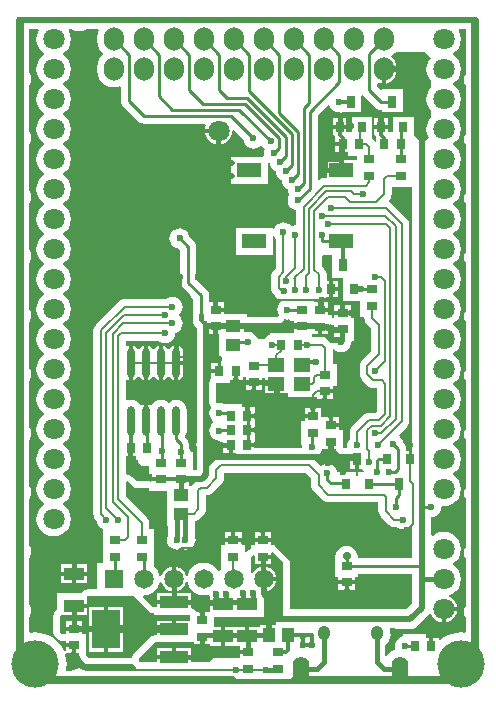
<source format=gbl>
G04*
G04 #@! TF.GenerationSoftware,Altium Limited,Altium Designer,18.0.7 (293)*
G04*
G04 Layer_Physical_Order=2*
G04 Layer_Color=16711680*
%FSLAX44Y44*%
%MOMM*%
G71*
G01*
G75*
%ADD10C,0.2000*%
%ADD11C,0.2500*%
%ADD12C,0.4000*%
%ADD17R,0.8000X0.9000*%
%ADD18R,1.3000X1.0000*%
%ADD19R,0.9000X0.8000*%
%ADD23R,0.6500X0.9000*%
%ADD24R,0.6500X1.1000*%
%ADD49C,0.3500*%
%ADD51C,0.6500*%
%ADD52C,0.5500*%
%ADD53C,0.4500*%
%ADD55C,0.3000*%
%ADD56C,1.6500*%
%ADD57R,1.6500X1.6500*%
%ADD58C,1.8000*%
%ADD59O,1.7000X2.0000*%
%ADD60O,1.0500X1.2500*%
%ADD61C,4.0000*%
%ADD62C,0.5000*%
%ADD63C,0.6000*%
%ADD64C,0.7000*%
%ADD65R,1.7000X1.1000*%
%ADD66R,1.3995X1.1498*%
%ADD67R,2.0000X1.2000*%
%ADD68R,1.0000X1.3000*%
%ADD69R,2.4000X1.0000*%
%ADD70R,2.4000X3.3000*%
%ADD71O,0.7000X2.5000*%
%ADD72C,0.5000*%
%ADD73O,1.4000X2.1000*%
G36*
X73580Y556417D02*
X72560Y553955D01*
X72079Y550300D01*
Y547300D01*
X72560Y543645D01*
X73971Y540240D01*
X76215Y537315D01*
X76971Y536735D01*
Y535465D01*
X76215Y534885D01*
X73971Y531960D01*
X72560Y528555D01*
X72079Y524900D01*
Y521900D01*
X72560Y518245D01*
X73971Y514840D01*
X76215Y511915D01*
X79140Y509671D01*
X82545Y508260D01*
X86200Y507779D01*
X89855Y508260D01*
X91486Y508936D01*
X92542Y508230D01*
Y496650D01*
X92774Y494888D01*
X93454Y493246D01*
X94536Y491836D01*
X107186Y479186D01*
X108596Y478104D01*
X110238Y477424D01*
X112000Y477192D01*
X163743D01*
X164591Y475922D01*
X163796Y474002D01*
X163631Y472750D01*
X175000D01*
Y471000D01*
X176750D01*
Y459631D01*
X178002Y459796D01*
X180800Y460955D01*
X183202Y462798D01*
X185045Y465200D01*
X186204Y467998D01*
X186599Y471000D01*
X186558Y471313D01*
X187697Y471875D01*
X196187Y463385D01*
X196319Y462381D01*
X197175Y460313D01*
X198538Y458538D01*
X200313Y457175D01*
X202381Y456319D01*
X204600Y456027D01*
X206819Y456319D01*
X208887Y457175D01*
X210539Y458444D01*
X211220Y458485D01*
X211936Y458391D01*
X212175Y457813D01*
X213538Y456038D01*
X214291Y455460D01*
X213819Y454319D01*
X213527Y452100D01*
X213768Y450270D01*
X212973Y449000D01*
X185500D01*
Y426000D01*
X216500D01*
Y443995D01*
X217619Y444613D01*
X218591Y444114D01*
X218819Y442381D01*
X219675Y440313D01*
X221038Y438537D01*
X222813Y437175D01*
X223557Y436867D01*
X223818Y434880D01*
X224675Y432812D01*
X226037Y431037D01*
X227813Y429674D01*
X228557Y429366D01*
X228818Y427380D01*
X229675Y425312D01*
X231037Y423537D01*
X232813Y422174D01*
X233557Y421866D01*
X233819Y419881D01*
X234675Y417813D01*
X235273Y417035D01*
X234775Y416386D01*
X233918Y414318D01*
X233626Y412099D01*
X233918Y409880D01*
X234775Y407812D01*
X236137Y406037D01*
X237913Y404674D01*
X239981Y403818D01*
X240444Y403757D01*
Y391463D01*
X240000Y391073D01*
X237781Y390781D01*
X236640Y390309D01*
X236062Y391062D01*
X234287Y392425D01*
X232219Y393281D01*
X230000Y393573D01*
X227781Y393281D01*
X225713Y392425D01*
X223938Y391062D01*
X222575Y389287D01*
X222070Y388067D01*
X220800Y388319D01*
Y389000D01*
X189800D01*
Y366000D01*
X220800D01*
Y381680D01*
X222070Y381933D01*
X222575Y380713D01*
X223444Y379581D01*
Y354080D01*
X221364Y352000D01*
X220322Y350642D01*
X219667Y349061D01*
X219444Y347364D01*
Y337979D01*
X219667Y336282D01*
X220322Y334701D01*
X221364Y333343D01*
X222779Y331928D01*
X223075Y331213D01*
X224438Y329438D01*
X226213Y328075D01*
X227407Y327581D01*
X227598Y326127D01*
X227188Y325813D01*
X225826Y324038D01*
X224970Y321970D01*
X224677Y319751D01*
X224970Y317532D01*
X225826Y315464D01*
X226214Y314959D01*
X225652Y313820D01*
X199500D01*
Y316000D01*
X179500D01*
Y317752D01*
X172500D01*
Y319502D01*
X170750D01*
Y326002D01*
X166808D01*
Y331750D01*
X166576Y333512D01*
X165896Y335154D01*
X164814Y336564D01*
X156058Y345320D01*
Y372750D01*
X155826Y374512D01*
X155146Y376154D01*
X154064Y377564D01*
X150413Y381215D01*
X150281Y382219D01*
X149425Y384287D01*
X148062Y386062D01*
X146287Y387425D01*
X144219Y388281D01*
X142000Y388573D01*
X139781Y388281D01*
X137713Y387425D01*
X135938Y386062D01*
X134575Y384287D01*
X133719Y382219D01*
X133427Y380000D01*
X133719Y377781D01*
X134575Y375713D01*
X135938Y373938D01*
X137713Y372575D01*
X139781Y371719D01*
X140785Y371587D01*
X142442Y369930D01*
Y342500D01*
X142674Y340738D01*
X143354Y339096D01*
X144436Y337686D01*
X153192Y328930D01*
Y310502D01*
X153424Y308740D01*
X154104Y307098D01*
X155186Y305688D01*
X156683Y304191D01*
Y267500D01*
Y208481D01*
X156470Y207969D01*
X156178Y205750D01*
X156470Y203531D01*
X156683Y203019D01*
Y195248D01*
Y184067D01*
X153000D01*
Y199498D01*
X151508D01*
X151281Y201219D01*
X150425Y203287D01*
X149808Y204090D01*
Y206000D01*
X149576Y207762D01*
X148896Y209404D01*
X147814Y210814D01*
X146805Y211823D01*
X146911Y211961D01*
X147818Y214151D01*
X148128Y216500D01*
Y234500D01*
X147818Y236849D01*
X146911Y239039D01*
X145469Y240919D01*
X143589Y242361D01*
X141399Y243268D01*
X139050Y243578D01*
X136700Y243268D01*
X134511Y242361D01*
X132700Y240972D01*
X130889Y242361D01*
X128699Y243268D01*
X126350Y243578D01*
X124001Y243268D01*
X121811Y242361D01*
X119931Y240919D01*
X118922Y239604D01*
X118289Y239084D01*
X117232Y239323D01*
X115991Y240152D01*
X115400Y240269D01*
Y225500D01*
X111900D01*
Y240270D01*
X111309Y240152D01*
X110068Y239323D01*
X109010Y239084D01*
X108378Y239604D01*
X107369Y240919D01*
X105489Y242361D01*
X103299Y243268D01*
X100950Y243578D01*
X98601Y243268D01*
X97612Y242859D01*
X96556Y243564D01*
Y259692D01*
X97826Y260371D01*
X98609Y259848D01*
X99200Y259730D01*
Y274500D01*
Y289270D01*
X98609Y289152D01*
X97826Y288629D01*
X96556Y289308D01*
Y293444D01*
X124581D01*
X125713Y292575D01*
X127781Y291719D01*
X130000Y291427D01*
X132219Y291719D01*
X134287Y292575D01*
X136062Y293938D01*
X137425Y295713D01*
X138281Y297781D01*
X138555Y299858D01*
X140287Y300575D01*
X142062Y301938D01*
X143425Y303713D01*
X144281Y305781D01*
X144573Y308000D01*
X144281Y310219D01*
X143425Y312287D01*
X142062Y314062D01*
X141668Y314365D01*
Y315635D01*
X142062Y315938D01*
X143425Y317713D01*
X144281Y319781D01*
X144573Y322000D01*
X144281Y324219D01*
X143425Y326287D01*
X142062Y328062D01*
X140287Y329425D01*
X138219Y330281D01*
X136000Y330573D01*
X133781Y330281D01*
X131713Y329425D01*
X130581Y328556D01*
X95408D01*
X93711Y328333D01*
X92130Y327678D01*
X90772Y326636D01*
X70864Y306728D01*
X69822Y305370D01*
X69167Y303789D01*
X68944Y302092D01*
Y146500D01*
X69167Y144803D01*
X69822Y143222D01*
X70864Y141864D01*
X71533Y141196D01*
X71719Y139781D01*
X72575Y137713D01*
X73938Y135938D01*
X75713Y134575D01*
X77500Y133835D01*
Y114998D01*
Y105350D01*
X72450D01*
Y83108D01*
X64563D01*
X64432Y83082D01*
X64299Y83102D01*
X63363Y82869D01*
X62417Y82681D01*
X62306Y82606D01*
X62176Y82574D01*
X61113Y82074D01*
X60337Y81501D01*
X59535Y80965D01*
X59460Y80854D01*
X59353Y80774D01*
X58886Y80000D01*
X38500D01*
Y65629D01*
X37908Y65307D01*
X36964Y64520D01*
X36804Y64320D01*
X36591Y64178D01*
X36121Y63475D01*
X35590Y62817D01*
X35517Y62572D01*
X35375Y62359D01*
X35210Y61529D01*
X34971Y60719D01*
X34998Y60464D01*
X34948Y60213D01*
Y46716D01*
X35375Y44570D01*
X36591Y42750D01*
X37594Y41747D01*
X37919Y41530D01*
X38179Y41238D01*
X39120Y40527D01*
X39761Y40217D01*
X40354Y39821D01*
X40738Y39744D01*
X41090Y39574D01*
X41801Y39533D01*
X42500Y39394D01*
X45500D01*
Y37252D01*
X52500D01*
Y35502D01*
X54250D01*
Y29002D01*
X56892D01*
Y27500D01*
X57319Y25354D01*
X58535Y23535D01*
X61035Y21035D01*
X62854Y19819D01*
X65000Y19392D01*
X101892D01*
X102434Y19500D01*
X102890D01*
X103535Y18535D01*
X104479Y17591D01*
X105096Y17178D01*
X104788Y15857D01*
X104020Y15755D01*
X101709Y14798D01*
X100430Y13817D01*
X62570D01*
X61291Y14798D01*
X58980Y15755D01*
X56500Y16082D01*
X54020Y15755D01*
X51709Y14798D01*
X50430Y13817D01*
X46794D01*
X46008Y14814D01*
X46255Y15842D01*
X46582Y20000D01*
X46255Y24158D01*
X45385Y27779D01*
X46005Y28758D01*
X46329Y29002D01*
X50750D01*
Y33752D01*
X45500D01*
Y31004D01*
X44230Y30751D01*
X43685Y32068D01*
X41505Y35624D01*
X38796Y38796D01*
X35624Y41505D01*
X32068Y43685D01*
X28214Y45281D01*
X24158Y46255D01*
X20000Y46582D01*
X16087Y46274D01*
X15276Y46672D01*
X14817Y47034D01*
Y59582D01*
X15298Y60209D01*
X16255Y62520D01*
X16582Y65000D01*
X16255Y67480D01*
X15298Y69791D01*
X14817Y70418D01*
Y109582D01*
X15298Y110209D01*
X16255Y112520D01*
X16582Y115000D01*
X16255Y117480D01*
X15298Y119791D01*
X14817Y120418D01*
Y159582D01*
X15298Y160209D01*
X16255Y162520D01*
X16582Y165000D01*
X16255Y167480D01*
X15298Y169791D01*
X14817Y170418D01*
Y209582D01*
X15298Y210209D01*
X16255Y212520D01*
X16582Y215000D01*
X16255Y217480D01*
X15298Y219791D01*
X14817Y220418D01*
Y259582D01*
X15298Y260209D01*
X16255Y262520D01*
X16582Y265000D01*
X16255Y267480D01*
X15298Y269791D01*
X14817Y270418D01*
Y309582D01*
X15298Y310209D01*
X16255Y312520D01*
X16582Y315000D01*
X16255Y317480D01*
X15298Y319791D01*
X14817Y320418D01*
Y359582D01*
X15298Y360209D01*
X16255Y362520D01*
X16582Y365000D01*
X16255Y367480D01*
X15298Y369791D01*
X14817Y370418D01*
Y409582D01*
X15298Y410209D01*
X16255Y412520D01*
X16582Y415000D01*
X16255Y417480D01*
X15298Y419791D01*
X14817Y420418D01*
X14817Y459582D01*
X15298Y460209D01*
X16255Y462520D01*
X16582Y465000D01*
X16255Y467480D01*
X15298Y469791D01*
X14817Y470418D01*
Y509582D01*
X15298Y510209D01*
X16255Y512520D01*
X16582Y515000D01*
X16255Y517480D01*
X15298Y519791D01*
X14817Y520418D01*
Y557687D01*
X22507D01*
X23069Y556548D01*
X22734Y556113D01*
X21273Y552585D01*
X20775Y548800D01*
X21273Y545015D01*
X22734Y541488D01*
X25058Y538459D01*
X27089Y536900D01*
Y535300D01*
X25058Y533741D01*
X22734Y530713D01*
X21273Y527185D01*
X20775Y523400D01*
X21273Y519615D01*
X22734Y516087D01*
X25058Y513059D01*
X27089Y511500D01*
Y509900D01*
X25058Y508341D01*
X22734Y505312D01*
X21273Y501785D01*
X20775Y498000D01*
X21273Y494215D01*
X22734Y490687D01*
X25058Y487659D01*
X27089Y486100D01*
Y484500D01*
X25058Y482942D01*
X22734Y479912D01*
X21273Y476385D01*
X20775Y472600D01*
X21273Y468815D01*
X22734Y465288D01*
X25058Y462258D01*
X27089Y460700D01*
Y459100D01*
X25058Y457542D01*
X22734Y454512D01*
X21273Y450985D01*
X20775Y447200D01*
X21273Y443415D01*
X22734Y439888D01*
X25058Y436858D01*
X27089Y435300D01*
Y433700D01*
X25058Y432141D01*
X22734Y429113D01*
X21273Y425585D01*
X20775Y421800D01*
X21273Y418015D01*
X22734Y414487D01*
X25058Y411459D01*
X27089Y409900D01*
Y408300D01*
X25058Y406741D01*
X22734Y403713D01*
X21273Y400185D01*
X20775Y396400D01*
X21273Y392615D01*
X22734Y389087D01*
X25058Y386059D01*
X27089Y384500D01*
Y382900D01*
X25058Y381342D01*
X22734Y378312D01*
X21273Y374785D01*
X20775Y371000D01*
X21273Y367215D01*
X22734Y363688D01*
X25058Y360658D01*
X27089Y359100D01*
Y357500D01*
X25058Y355942D01*
X22734Y352912D01*
X21273Y349385D01*
X20775Y345600D01*
X21273Y341815D01*
X22734Y338288D01*
X25058Y335258D01*
X27089Y333700D01*
Y332100D01*
X25058Y330541D01*
X22734Y327513D01*
X21273Y323985D01*
X20775Y320200D01*
X21273Y316415D01*
X22734Y312887D01*
X25058Y309858D01*
X27089Y308300D01*
Y306700D01*
X25058Y305142D01*
X22734Y302113D01*
X21273Y298585D01*
X20775Y294800D01*
X21273Y291015D01*
X22734Y287488D01*
X25058Y284459D01*
X27089Y282900D01*
Y281300D01*
X25058Y279741D01*
X22734Y276712D01*
X21273Y273185D01*
X20775Y269400D01*
X21273Y265615D01*
X22734Y262087D01*
X25058Y259058D01*
X27089Y257500D01*
Y255900D01*
X25058Y254342D01*
X22734Y251313D01*
X21273Y247785D01*
X20775Y244000D01*
X21273Y240215D01*
X22734Y236688D01*
X25058Y233659D01*
X27089Y232100D01*
Y230500D01*
X25058Y228941D01*
X22734Y225912D01*
X21273Y222385D01*
X20775Y218600D01*
X21273Y214815D01*
X22734Y211287D01*
X25058Y208258D01*
X27089Y206700D01*
Y205100D01*
X25058Y203542D01*
X22734Y200513D01*
X21273Y196985D01*
X20775Y193200D01*
X21273Y189415D01*
X22734Y185888D01*
X25058Y182859D01*
X27089Y181300D01*
Y179700D01*
X25058Y178141D01*
X22734Y175112D01*
X21273Y171585D01*
X20775Y167800D01*
X21273Y164015D01*
X22734Y160487D01*
X25058Y157458D01*
X27089Y155900D01*
Y154300D01*
X25058Y152741D01*
X22734Y149712D01*
X21273Y146185D01*
X20775Y142400D01*
X21273Y138615D01*
X22734Y135087D01*
X25058Y132058D01*
X28087Y129734D01*
X31615Y128273D01*
X35400Y127775D01*
X39185Y128273D01*
X42712Y129734D01*
X45742Y132058D01*
X48066Y135087D01*
X49527Y138615D01*
X50025Y142400D01*
X49527Y146185D01*
X48066Y149712D01*
X45742Y152741D01*
X43711Y154300D01*
Y155900D01*
X45742Y157458D01*
X48066Y160487D01*
X49527Y164015D01*
X50025Y167800D01*
X49527Y171585D01*
X48066Y175112D01*
X45742Y178141D01*
X43711Y179700D01*
Y181300D01*
X45742Y182859D01*
X48066Y185888D01*
X49527Y189415D01*
X50025Y193200D01*
X49527Y196985D01*
X48066Y200513D01*
X45742Y203542D01*
X43711Y205100D01*
Y206700D01*
X45742Y208258D01*
X48066Y211287D01*
X49527Y214815D01*
X50025Y218600D01*
X49527Y222385D01*
X48066Y225912D01*
X45742Y228941D01*
X43711Y230500D01*
Y232100D01*
X45742Y233659D01*
X48066Y236688D01*
X49527Y240215D01*
X50025Y244000D01*
X49527Y247785D01*
X48066Y251313D01*
X45742Y254342D01*
X43711Y255900D01*
Y257500D01*
X45742Y259058D01*
X48066Y262087D01*
X49527Y265615D01*
X50025Y269400D01*
X49527Y273185D01*
X48066Y276712D01*
X45742Y279741D01*
X43711Y281300D01*
Y282900D01*
X45742Y284459D01*
X48066Y287488D01*
X49527Y291015D01*
X50025Y294800D01*
X49527Y298585D01*
X48066Y302113D01*
X45742Y305142D01*
X43711Y306700D01*
Y308300D01*
X45742Y309858D01*
X48066Y312887D01*
X49527Y316415D01*
X50025Y320200D01*
X49527Y323985D01*
X48066Y327513D01*
X45742Y330541D01*
X43711Y332100D01*
Y333700D01*
X45742Y335258D01*
X48066Y338288D01*
X49527Y341815D01*
X50025Y345600D01*
X49527Y349385D01*
X48066Y352912D01*
X45742Y355942D01*
X43711Y357500D01*
Y359100D01*
X45742Y360658D01*
X48066Y363688D01*
X49527Y367215D01*
X50025Y371000D01*
X49527Y374785D01*
X48066Y378312D01*
X45742Y381342D01*
X43711Y382900D01*
Y384500D01*
X45742Y386059D01*
X48066Y389087D01*
X49527Y392615D01*
X50025Y396400D01*
X49527Y400185D01*
X48066Y403713D01*
X45742Y406741D01*
X43711Y408300D01*
Y409900D01*
X45742Y411459D01*
X48066Y414487D01*
X49527Y418015D01*
X50025Y421800D01*
X49527Y425585D01*
X48066Y429113D01*
X45742Y432141D01*
X43711Y433700D01*
Y435300D01*
X45742Y436858D01*
X48066Y439888D01*
X49527Y443415D01*
X50025Y447200D01*
X49527Y450985D01*
X48066Y454512D01*
X45742Y457542D01*
X43711Y459100D01*
Y460700D01*
X45742Y462258D01*
X48066Y465288D01*
X49527Y468815D01*
X50025Y472600D01*
X49527Y476385D01*
X48066Y479912D01*
X45742Y482942D01*
X43711Y484500D01*
Y486100D01*
X45742Y487659D01*
X48066Y490687D01*
X49527Y494215D01*
X50025Y498000D01*
X49527Y501785D01*
X48066Y505312D01*
X45742Y508341D01*
X43711Y509900D01*
Y511500D01*
X45742Y513059D01*
X48066Y516087D01*
X49527Y519615D01*
X50025Y523400D01*
X49527Y527185D01*
X48066Y530713D01*
X45742Y533741D01*
X43711Y535300D01*
Y536900D01*
X45742Y538459D01*
X48066Y541488D01*
X49527Y545015D01*
X50025Y548800D01*
X49527Y552585D01*
X48066Y556113D01*
X47731Y556548D01*
X48293Y557687D01*
X50924D01*
X52209Y556702D01*
X54520Y555745D01*
X57000Y555418D01*
X59480Y555745D01*
X61791Y556702D01*
X63075Y557687D01*
X72732D01*
X73580Y556417D01*
D02*
G37*
G36*
X354607Y532893D02*
X352934Y530713D01*
X351473Y527185D01*
X350975Y523400D01*
X351473Y519615D01*
X352934Y516087D01*
X355000Y513395D01*
Y508005D01*
X352934Y505312D01*
X351473Y501785D01*
X350975Y498000D01*
X351473Y494215D01*
X352934Y490687D01*
X355000Y487995D01*
Y482605D01*
X352934Y479912D01*
X351473Y476385D01*
X350975Y472600D01*
X351473Y468815D01*
X352891Y465391D01*
X350000Y462500D01*
X345000D01*
X340350Y467150D01*
Y484625D01*
X330850D01*
Y506375D01*
X313350D01*
Y505813D01*
X312177Y505327D01*
X308858Y508645D01*
Y511080D01*
X310128Y511929D01*
X311928Y511183D01*
X313050Y511035D01*
Y523400D01*
X314800D01*
Y525150D01*
X325862D01*
X325517Y527772D01*
X324408Y530448D01*
X322645Y532745D01*
X321409Y533694D01*
X321575Y534953D01*
X321860Y535071D01*
X324785Y537315D01*
X324927Y537500D01*
X350000D01*
X354607Y532893D01*
D02*
G37*
G36*
X297236Y501011D02*
X307686Y490561D01*
X309096Y489479D01*
X310738Y488799D01*
X312500Y488567D01*
X313350D01*
Y484375D01*
X322850D01*
Y477850D01*
X322500Y477500D01*
Y470000D01*
X319620D01*
X319602Y470000D01*
X318350Y470044D01*
Y472875D01*
X306850D01*
Y467625D01*
X307591D01*
X308602Y467000D01*
X308602Y466355D01*
Y462312D01*
X307332Y461881D01*
X307136Y462136D01*
X305750Y463521D01*
X305350Y464625D01*
X305350D01*
Y484625D01*
X295850D01*
Y500731D01*
X297120Y501162D01*
X297236Y501011D01*
D02*
G37*
G36*
X268981Y492507D02*
X269475Y491313D01*
X270838Y489538D01*
X272613Y488175D01*
X274681Y487319D01*
X276900Y487027D01*
X277395Y487092D01*
X278350Y486255D01*
Y484375D01*
X287850D01*
Y470000D01*
X284620D01*
X284602Y470000D01*
X283350Y470044D01*
Y472875D01*
X271850D01*
Y467625D01*
X272591D01*
X273602Y467000D01*
X273602Y466355D01*
Y461750D01*
X280101D01*
Y460000D01*
X281851D01*
Y453000D01*
X284602D01*
Y450000D01*
X292500D01*
Y446652D01*
X291500Y446000D01*
X280750D01*
Y437500D01*
X279000D01*
Y435750D01*
X266500D01*
Y431056D01*
X264500D01*
X262803Y430833D01*
X261222Y430178D01*
X260178Y429377D01*
X258908Y429827D01*
Y484230D01*
X267483Y492805D01*
X268981Y492507D01*
D02*
G37*
G36*
X271250Y346875D02*
X280750D01*
Y327125D01*
X295000D01*
Y313498D01*
X298444D01*
Y312500D01*
X298667Y310803D01*
X299322Y309222D01*
X300364Y307864D01*
X304444Y303784D01*
Y285079D01*
X296364Y277000D01*
X295322Y275642D01*
X294667Y274061D01*
X294444Y272364D01*
Y264808D01*
X294667Y263111D01*
X295322Y261530D01*
X296364Y260172D01*
X301172Y255364D01*
X302530Y254322D01*
X304111Y253667D01*
X305807Y253444D01*
X309444D01*
Y233944D01*
X308056Y232556D01*
X302136D01*
X300439Y232332D01*
X298857Y231677D01*
X297500Y230635D01*
X287864Y220999D01*
X286822Y219641D01*
X286167Y218060D01*
X285943Y216363D01*
Y210418D01*
X285075Y209286D01*
X284218Y207218D01*
X283935Y205068D01*
X283755Y203908D01*
X283750Y203875D01*
X283713Y202620D01*
X280000D01*
Y217498D01*
X277000D01*
Y220248D01*
X270000D01*
Y221998D01*
X268250D01*
Y228498D01*
X263000D01*
X262000Y229150D01*
Y235998D01*
X256749D01*
Y229499D01*
X255000D01*
Y227749D01*
X248000D01*
Y224998D01*
X245000D01*
Y205998D01*
X245000D01*
X245831Y204728D01*
X245678Y203570D01*
X244846Y202620D01*
X206003D01*
Y203250D01*
X199503D01*
Y206750D01*
X206003D01*
Y212000D01*
X206000D01*
Y215750D01*
X199500D01*
Y219250D01*
X206000D01*
Y223000D01*
X206003D01*
Y228250D01*
X199503D01*
Y230000D01*
X197753D01*
Y237000D01*
X195003D01*
Y240000D01*
X179254D01*
X177970Y240532D01*
X175751Y240824D01*
X174091Y240606D01*
X172820Y241476D01*
Y257500D01*
X185002D01*
Y260500D01*
X187752D01*
Y267500D01*
X191252D01*
Y260500D01*
X196002D01*
Y262498D01*
X198000D01*
Y259749D01*
X205000D01*
X212000D01*
Y261752D01*
X214504D01*
Y258749D01*
X224001D01*
Y256999D01*
X225751D01*
Y248750D01*
X233499D01*
X233500Y247481D01*
Y245750D01*
X258000D01*
Y244000D01*
X263250D01*
Y250500D01*
X265000D01*
Y252250D01*
X272000D01*
Y255000D01*
X275000D01*
Y274000D01*
X271556D01*
Y285828D01*
X272265Y286210D01*
X272826Y286333D01*
X274465Y285075D01*
X276533Y284219D01*
X278752Y283927D01*
X280970Y284219D01*
X283038Y285075D01*
X284814Y286438D01*
X286176Y288213D01*
X287033Y290281D01*
X287325Y292500D01*
X287319Y292547D01*
X288156Y293502D01*
X290000D01*
Y312502D01*
X287000D01*
Y315252D01*
X273000D01*
Y312502D01*
X270751D01*
Y314752D01*
X267751D01*
Y317502D01*
X260751D01*
Y319252D01*
X259001D01*
Y325752D01*
X255751D01*
Y327417D01*
X256807Y328122D01*
X257781Y327719D01*
X260000Y327427D01*
X262219Y327719D01*
X264287Y328575D01*
X266062Y329938D01*
X266206Y330125D01*
X268750D01*
Y337125D01*
Y344125D01*
X266556D01*
Y349500D01*
X266333Y351197D01*
X265678Y352778D01*
X264636Y354136D01*
X262556Y356216D01*
Y365213D01*
X263500Y366000D01*
X271250D01*
Y346875D01*
D02*
G37*
G36*
X231032Y311470D02*
X233251Y311177D01*
X234481Y311339D01*
X235751Y310277D01*
Y310251D01*
X238751D01*
Y307501D01*
X245751D01*
Y304001D01*
X238751D01*
Y300000D01*
X218502D01*
Y298376D01*
X217781Y298281D01*
X215713Y297425D01*
X213938Y296062D01*
X213123Y295000D01*
X208165D01*
X207425Y296787D01*
X206062Y298562D01*
X204287Y299925D01*
X202219Y300781D01*
X200000Y301073D01*
X197781Y300781D01*
X197556Y300688D01*
X196500Y301394D01*
Y303750D01*
X187500D01*
Y307250D01*
X196500D01*
Y307798D01*
X197770Y308556D01*
X199500Y308212D01*
X225652D01*
X226548Y308390D01*
X227454Y308510D01*
X227616Y308603D01*
X227798Y308639D01*
X228558Y309147D01*
X229349Y309604D01*
X229463Y309751D01*
X229617Y309855D01*
X230125Y310614D01*
X230681Y311339D01*
X230794Y311568D01*
X231032Y311470D01*
D02*
G37*
G36*
X270751Y306894D02*
X273000D01*
Y304752D01*
X280000D01*
Y303002D01*
X281750D01*
Y296470D01*
X282216Y295968D01*
X282466Y295310D01*
X282444Y295232D01*
X282338Y294920D01*
X282008Y294349D01*
X281984Y294164D01*
X281902Y293997D01*
X281872Y293548D01*
X281765Y293232D01*
X281569Y291745D01*
X281278Y291041D01*
X280814Y290437D01*
X280210Y289974D01*
X279507Y289682D01*
X278752Y289583D01*
X277997Y289682D01*
X277293Y289974D01*
X276240Y290782D01*
X276023Y290889D01*
X275848Y291056D01*
X275048Y291369D01*
X274277Y291749D01*
X274036Y291765D01*
X273811Y291853D01*
X272952Y291836D01*
X272094Y291893D01*
X271865Y291815D01*
X271623Y291810D01*
X271062Y291687D01*
X270351Y291376D01*
X270244Y291343D01*
X269636Y292136D01*
X267136Y294636D01*
X265778Y295678D01*
X264197Y296333D01*
X262500Y296556D01*
X255419D01*
X254287Y297425D01*
X254147Y297482D01*
X254400Y298752D01*
X259001D01*
Y305252D01*
X260751D01*
Y307002D01*
X268626D01*
X269021Y307238D01*
X270751Y306894D01*
D02*
G37*
G36*
X338554Y199875D02*
X333808D01*
Y202000D01*
X333576Y203762D01*
X332896Y205404D01*
X331814Y206814D01*
X331413Y207215D01*
X331281Y208219D01*
X330425Y210287D01*
X329062Y212062D01*
X328283Y212661D01*
X328200Y213928D01*
X334636Y220364D01*
X335678Y221722D01*
X336333Y223303D01*
X336556Y225000D01*
Y392000D01*
X336333Y393697D01*
X335678Y395278D01*
X334636Y396636D01*
X321086Y410186D01*
X319766Y411198D01*
X319727Y411236D01*
X319478Y412706D01*
X319636Y412864D01*
X320678Y414222D01*
X321333Y415803D01*
X321556Y417500D01*
Y423498D01*
X338554D01*
Y199875D01*
D02*
G37*
G36*
X271750Y201498D02*
X274615D01*
X274819Y200474D01*
X276035Y198655D01*
X277854Y197440D01*
X280000Y197013D01*
X283713D01*
X284705Y197210D01*
X285480Y197340D01*
X286403Y196871D01*
X286750Y196508D01*
Y194625D01*
X292500D01*
Y192875D01*
X293673D01*
X293426Y191000D01*
X293718Y188781D01*
X294250Y187497D01*
Y184875D01*
X296019D01*
X297713Y183575D01*
X298149Y183395D01*
X297896Y182125D01*
X293250D01*
Y179000D01*
X291750D01*
Y182125D01*
X275424D01*
X275280Y183219D01*
X274423Y185287D01*
X273061Y187062D01*
X271285Y188425D01*
X269217Y189281D01*
X266998Y189573D01*
X264779Y189281D01*
X262712Y188425D01*
X261656Y187615D01*
X256636Y192636D01*
X255278Y193678D01*
X254962Y193809D01*
X255133Y195112D01*
X256471Y195288D01*
X258538Y196145D01*
X260314Y197507D01*
X261676Y199283D01*
X262204Y200558D01*
X263000Y201498D01*
X268250D01*
Y207998D01*
X271750D01*
Y201498D01*
D02*
G37*
G36*
X162500Y310002D02*
X165500D01*
Y307252D01*
X172500D01*
Y305502D01*
X174250D01*
Y299002D01*
X175500D01*
Y279000D01*
X177000D01*
Y274500D01*
X169002D01*
Y269250D01*
X175502D01*
Y265750D01*
X169002D01*
Y261563D01*
X168855Y261465D01*
X167640Y259646D01*
X167213Y257500D01*
Y241476D01*
X167314Y240967D01*
X167308Y240448D01*
X167526Y239904D01*
X167640Y239330D01*
X167928Y238899D01*
X168121Y238417D01*
X168530Y237998D01*
X168855Y237511D01*
X168894Y237277D01*
X168326Y236537D01*
X167470Y234470D01*
X167177Y232251D01*
X167470Y230032D01*
X168326Y227964D01*
X169688Y226189D01*
X170519Y225551D01*
Y223950D01*
X169688Y223313D01*
X168326Y221537D01*
X167470Y219470D01*
X167177Y217251D01*
X167470Y215032D01*
X168326Y212964D01*
X169688Y211189D01*
X171464Y209826D01*
X173532Y208970D01*
X175751Y208677D01*
X176000Y208459D01*
Y207500D01*
X179003D01*
Y206750D01*
X185503D01*
Y205000D01*
X187253D01*
Y198000D01*
X190003D01*
Y195000D01*
X188917Y194556D01*
X177000D01*
X175303Y194333D01*
X173722Y193678D01*
X172364Y192636D01*
X168364Y188636D01*
X167322Y187278D01*
X166667Y185697D01*
X166444Y184000D01*
Y179716D01*
X162284Y175556D01*
X160000D01*
X158303Y175333D01*
X156722Y174678D01*
X155364Y173636D01*
X153364Y171636D01*
X152997Y171158D01*
X152000Y170500D01*
X150000D01*
Y174248D01*
X143000D01*
Y177748D01*
X150000D01*
Y178046D01*
X151270Y178804D01*
X153000Y178460D01*
X156683D01*
X158828Y178887D01*
X160648Y180102D01*
X161863Y181921D01*
X162290Y184067D01*
Y195248D01*
Y203019D01*
X162005Y204452D01*
X161834Y205750D01*
X162005Y207048D01*
X162290Y208481D01*
Y267500D01*
Y304191D01*
X161863Y306338D01*
X160648Y308157D01*
X159411Y309394D01*
X159002Y309926D01*
X158887Y310204D01*
X158799Y310870D01*
Y316000D01*
X162500D01*
Y310002D01*
D02*
G37*
G36*
X102248Y195500D02*
X104998D01*
Y192500D01*
X107000D01*
Y190000D01*
X110000Y187000D01*
X116000D01*
Y180498D01*
X119000D01*
Y177748D01*
X126000D01*
Y174248D01*
X118231D01*
X117730Y173949D01*
X116000Y174294D01*
X106869D01*
X106073Y174398D01*
X105673Y174564D01*
X105036Y175053D01*
X101695Y178394D01*
X101695Y178394D01*
X99875Y179610D01*
X97729Y180037D01*
X96556Y180998D01*
Y195500D01*
X98748D01*
Y202500D01*
X102248D01*
Y195500D01*
D02*
G37*
G36*
X384683Y519418D02*
X384202Y518791D01*
X383245Y516480D01*
X382918Y514000D01*
X383245Y511520D01*
X384202Y509209D01*
X384683Y508582D01*
Y469418D01*
X384202Y468791D01*
X383245Y466480D01*
X382918Y464000D01*
X383245Y461520D01*
X384202Y459209D01*
X384683Y458582D01*
Y419418D01*
X384202Y418791D01*
X383245Y416480D01*
X382918Y414000D01*
X383245Y411520D01*
X384202Y409209D01*
X384683Y408582D01*
Y369418D01*
X384202Y368791D01*
X383245Y366480D01*
X382918Y364000D01*
X383245Y361520D01*
X384202Y359209D01*
X384683Y358582D01*
Y319418D01*
X384202Y318791D01*
X383245Y316480D01*
X382918Y314000D01*
X383245Y311520D01*
X384202Y309209D01*
X384683Y308582D01*
Y269418D01*
X384202Y268791D01*
X383245Y266480D01*
X382918Y264000D01*
X383245Y261520D01*
X384202Y259209D01*
X384683Y258582D01*
Y219418D01*
X384202Y218791D01*
X383245Y216480D01*
X382918Y214000D01*
X383245Y211520D01*
X384202Y209209D01*
X384683Y208582D01*
Y169418D01*
X384202Y168791D01*
X383245Y166480D01*
X382918Y164000D01*
X383245Y161520D01*
X384202Y159209D01*
X384683Y158582D01*
Y119418D01*
X384202Y118791D01*
X383245Y116480D01*
X382918Y114000D01*
X383245Y111520D01*
X384202Y109209D01*
X384683Y108582D01*
Y69418D01*
X384202Y68791D01*
X383245Y66480D01*
X382918Y64000D01*
X383245Y61520D01*
X384202Y59209D01*
X384683Y58582D01*
Y47304D01*
X383413Y46313D01*
X380000Y46582D01*
X375842Y46255D01*
X371786Y45281D01*
X367932Y43685D01*
X364375Y41505D01*
X362655Y40036D01*
X361502Y40567D01*
Y42000D01*
X356752D01*
Y35000D01*
X353252D01*
Y42000D01*
X350502D01*
Y45000D01*
X331502D01*
Y43376D01*
X330781Y43281D01*
X328713Y42425D01*
X326938Y41062D01*
X325575Y39287D01*
X324719Y37219D01*
X324427Y35000D01*
X324719Y32781D01*
X323841Y31582D01*
X321692Y30692D01*
X318872Y28528D01*
X317078Y26191D01*
X315808Y26622D01*
Y35364D01*
X317380Y36570D01*
X319264Y39024D01*
X320448Y41883D01*
X320851Y44950D01*
Y46950D01*
X320684Y48224D01*
X321521Y49179D01*
X337500D01*
X339654Y49462D01*
X341661Y50294D01*
X343384Y51616D01*
X352759Y60991D01*
X353523Y61987D01*
X354977Y61795D01*
X355555Y60400D01*
X357398Y57998D01*
X359800Y56155D01*
X362598Y54996D01*
X363850Y54831D01*
Y66200D01*
X365600D01*
Y67950D01*
X376969D01*
X376804Y69202D01*
X375645Y72000D01*
X373802Y74402D01*
X371400Y76245D01*
X370569Y76589D01*
Y77964D01*
X372912Y78934D01*
X375942Y81258D01*
X378266Y84288D01*
X379727Y87815D01*
X380225Y91600D01*
X379727Y95385D01*
X378266Y98912D01*
X375942Y101941D01*
X373911Y103500D01*
Y105100D01*
X375942Y106658D01*
X378266Y109688D01*
X379727Y113215D01*
X380225Y117000D01*
X379727Y120785D01*
X378266Y124312D01*
X375942Y127341D01*
X372912Y129666D01*
X369385Y131127D01*
X365600Y131625D01*
X361815Y131127D01*
X358287Y129666D01*
X356466Y128268D01*
X355196Y128895D01*
Y143953D01*
X357219Y144219D01*
X359287Y145075D01*
X361062Y146438D01*
X362425Y148213D01*
X363281Y150281D01*
X363529Y152167D01*
X364500Y153320D01*
X365600Y153175D01*
X369385Y153673D01*
X372912Y155134D01*
X375942Y157458D01*
X378266Y160487D01*
X379727Y164015D01*
X380225Y167800D01*
X379727Y171585D01*
X378266Y175112D01*
X375942Y178141D01*
X373911Y179700D01*
Y181300D01*
X375942Y182859D01*
X378266Y185888D01*
X379727Y189415D01*
X380225Y193200D01*
X379727Y196985D01*
X378266Y200513D01*
X375942Y203542D01*
X373911Y205100D01*
Y206700D01*
X375942Y208258D01*
X378266Y211287D01*
X379727Y214815D01*
X380225Y218600D01*
X379727Y222385D01*
X378266Y225912D01*
X375942Y228941D01*
X373911Y230500D01*
Y232100D01*
X375942Y233659D01*
X378266Y236688D01*
X379727Y240215D01*
X380225Y244000D01*
X379727Y247785D01*
X378266Y251313D01*
X375942Y254342D01*
X373911Y255900D01*
Y257500D01*
X375942Y259058D01*
X378266Y262087D01*
X379727Y265615D01*
X380225Y269400D01*
X379727Y273185D01*
X378266Y276712D01*
X375942Y279741D01*
X373911Y281300D01*
Y282900D01*
X375942Y284459D01*
X378266Y287488D01*
X379727Y291015D01*
X380225Y294800D01*
X379727Y298585D01*
X378266Y302113D01*
X375942Y305142D01*
X373911Y306700D01*
Y308300D01*
X375942Y309858D01*
X378266Y312887D01*
X379727Y316415D01*
X380225Y320200D01*
X379727Y323985D01*
X378266Y327513D01*
X375942Y330541D01*
X373911Y332100D01*
Y333700D01*
X375942Y335258D01*
X378266Y338288D01*
X379727Y341815D01*
X380225Y345600D01*
X379727Y349385D01*
X378266Y352912D01*
X375942Y355942D01*
X373911Y357500D01*
Y359100D01*
X375942Y360658D01*
X378266Y363688D01*
X379727Y367215D01*
X380225Y371000D01*
X379727Y374785D01*
X378266Y378312D01*
X375942Y381342D01*
X373911Y382900D01*
Y384500D01*
X375942Y386059D01*
X378266Y389087D01*
X379727Y392615D01*
X380225Y396400D01*
X379727Y400185D01*
X378266Y403713D01*
X375942Y406741D01*
X373911Y408300D01*
Y409900D01*
X375942Y411459D01*
X378266Y414487D01*
X379727Y418015D01*
X380225Y421800D01*
X379727Y425585D01*
X378266Y429113D01*
X375942Y432141D01*
X373911Y433700D01*
Y435300D01*
X375942Y436858D01*
X378266Y439888D01*
X379727Y443415D01*
X380225Y447200D01*
X379727Y450985D01*
X378266Y454512D01*
X375942Y457542D01*
X373911Y459100D01*
Y460700D01*
X375942Y462258D01*
X378266Y465288D01*
X379727Y468815D01*
X380225Y472600D01*
X379727Y476385D01*
X378266Y479912D01*
X375942Y482942D01*
X373911Y484500D01*
Y486100D01*
X375942Y487659D01*
X378266Y490687D01*
X379727Y494215D01*
X380225Y498000D01*
X379727Y501785D01*
X378266Y505312D01*
X375942Y508341D01*
X373911Y509900D01*
Y511500D01*
X375942Y513059D01*
X378266Y516087D01*
X379727Y519615D01*
X380225Y523400D01*
X379727Y527185D01*
X378266Y530713D01*
X375942Y533741D01*
X373911Y535300D01*
Y536900D01*
X375942Y538459D01*
X378266Y541488D01*
X379727Y545015D01*
X380225Y548800D01*
X379727Y552585D01*
X378266Y556113D01*
X377931Y556548D01*
X378493Y557687D01*
X384683D01*
Y519418D01*
D02*
G37*
G36*
X253444Y177284D02*
Y171000D01*
X253667Y169303D01*
X254322Y167722D01*
X255364Y166364D01*
X263364Y158364D01*
X264722Y157322D01*
X266303Y156667D01*
X268000Y156444D01*
X310444D01*
Y149000D01*
X310667Y147303D01*
X311322Y145722D01*
X312364Y144364D01*
X319364Y137364D01*
X320722Y136322D01*
X322303Y135667D01*
X324000Y135444D01*
X324002Y135444D01*
X325581D01*
X326713Y134575D01*
X328781Y133719D01*
X331000Y133427D01*
X333219Y133719D01*
X335287Y134575D01*
X337062Y135938D01*
X337284Y136227D01*
X338554Y135795D01*
Y109610D01*
X293500D01*
Y112302D01*
X292380D01*
X292268Y113151D01*
X291361Y115340D01*
X289919Y117220D01*
X288039Y118663D01*
X285849Y119570D01*
X283500Y119879D01*
X281150Y119570D01*
X278961Y118663D01*
X277081Y117220D01*
X275639Y115340D01*
X274732Y113151D01*
X274620Y112302D01*
X273500D01*
Y93302D01*
X276500D01*
Y90552D01*
X290500D01*
Y93302D01*
X293500D01*
Y95993D01*
X338554D01*
Y92500D01*
Y70322D01*
X334053Y65821D01*
X235608D01*
Y105000D01*
X235181Y107146D01*
X233965Y108965D01*
X224735Y118195D01*
X222916Y119411D01*
X222500Y119494D01*
Y119998D01*
X219500D01*
Y122748D01*
X212500D01*
X205500D01*
Y119998D01*
X202500D01*
Y117071D01*
X202181Y117008D01*
X200361Y115792D01*
X198770Y114200D01*
X197500Y114533D01*
Y119998D01*
X194500D01*
Y122748D01*
X187500D01*
X180500D01*
Y119998D01*
X177500D01*
Y100998D01*
X177500Y100998D01*
X177500D01*
X176904Y99987D01*
X175789Y98534D01*
X175735Y98403D01*
X174465D01*
X174410Y98534D01*
X172207Y101407D01*
X169334Y103611D01*
X165989Y104996D01*
X162400Y105469D01*
X158811Y104996D01*
X155466Y103611D01*
X152593Y101407D01*
X150389Y98534D01*
X149004Y95190D01*
X148827Y93850D01*
X147547D01*
X147473Y94406D01*
X146390Y97021D01*
X144667Y99267D01*
X142421Y100990D01*
X139806Y102073D01*
X138750Y102212D01*
Y91600D01*
Y80988D01*
X139806Y81127D01*
X142421Y82210D01*
X144667Y83933D01*
X146390Y86179D01*
X147473Y88794D01*
X147547Y89350D01*
X148827D01*
X149004Y88011D01*
X150389Y84666D01*
X152593Y81793D01*
X155466Y79589D01*
X158811Y78204D01*
X162400Y77731D01*
X165989Y78204D01*
X166274Y78322D01*
X167473Y77444D01*
Y71900D01*
X178473D01*
Y68400D01*
X167473D01*
Y63426D01*
X167431Y63398D01*
X162723D01*
Y56898D01*
X159223D01*
Y63398D01*
X156183D01*
X156154Y63546D01*
X154938Y65365D01*
X153119Y66581D01*
X151973Y66809D01*
Y70150D01*
X137473D01*
X122973D01*
Y68521D01*
X121703Y67764D01*
X119973Y68108D01*
X119823D01*
X111346Y76585D01*
X111949Y77777D01*
X115189Y78204D01*
X118534Y79589D01*
X121407Y81793D01*
X123610Y84666D01*
X124996Y88011D01*
X125172Y89350D01*
X126453D01*
X126527Y88794D01*
X127610Y86179D01*
X129333Y83933D01*
X131579Y82210D01*
X134194Y81127D01*
X135250Y80988D01*
Y91600D01*
Y102212D01*
X134194Y102073D01*
X131579Y100990D01*
X129333Y99267D01*
X127610Y97021D01*
X126527Y94406D01*
X126453Y93850D01*
X125172D01*
X124996Y95190D01*
X123610Y98534D01*
X121407Y101407D01*
X120000Y102486D01*
Y114998D01*
Y133998D01*
X116556D01*
Y139000D01*
X116333Y140697D01*
X115678Y142278D01*
X114636Y143636D01*
X96556Y161716D01*
Y173943D01*
X97729Y174429D01*
X101331Y170828D01*
X101331Y170828D01*
X102845Y169666D01*
X104609Y168935D01*
X106502Y168686D01*
X106502Y168686D01*
X116000D01*
Y166498D01*
X131000D01*
Y152500D01*
Y136500D01*
X132183D01*
Y128340D01*
X131719Y127219D01*
X131427Y125000D01*
X131719Y122781D01*
X132575Y120713D01*
X133938Y118938D01*
X135713Y117575D01*
X137781Y116719D01*
X140000Y116427D01*
X142219Y116719D01*
X143500Y117249D01*
X144781Y116719D01*
X147000Y116427D01*
X149219Y116719D01*
X151287Y117575D01*
X153062Y118938D01*
X154425Y120713D01*
X155281Y122781D01*
X155573Y125000D01*
X155281Y127219D01*
X154817Y128340D01*
Y136500D01*
X155000D01*
Y140576D01*
X155697Y140667D01*
X157278Y141322D01*
X158636Y142364D01*
X162636Y146364D01*
X163678Y147722D01*
X164333Y149303D01*
X164556Y151000D01*
Y162444D01*
X165000D01*
X166697Y162667D01*
X168278Y163322D01*
X169636Y164364D01*
X177636Y172364D01*
X178678Y173722D01*
X179333Y175303D01*
X179556Y177000D01*
Y181284D01*
X179716Y181444D01*
X249284D01*
X253444Y177284D01*
D02*
G37*
G36*
X230000Y105000D02*
Y57500D01*
X228400Y55900D01*
X223524D01*
Y52900D01*
X219773D01*
Y43900D01*
X216273D01*
Y52900D01*
X210524D01*
Y52400D01*
X210475Y51150D01*
X201225D01*
Y43150D01*
X197725D01*
Y51150D01*
X180223D01*
Y43150D01*
Y35150D01*
X193000D01*
Y31249D01*
X200000D01*
Y27748D01*
X193000D01*
Y25000D01*
X170000D01*
X166556Y21556D01*
X151973D01*
Y24150D01*
X137473D01*
X122973D01*
Y21556D01*
X108444D01*
X107500Y22500D01*
Y25000D01*
X120900Y38400D01*
X153973D01*
Y36398D01*
X159223D01*
Y42898D01*
X162723D01*
Y36398D01*
X167473D01*
Y35150D01*
X176723D01*
Y43150D01*
Y51150D01*
X170973D01*
Y59150D01*
X213475D01*
Y80794D01*
X216006Y81127D01*
X218621Y82210D01*
X220867Y83933D01*
X222590Y86179D01*
X223673Y88794D01*
X223812Y89850D01*
X213200D01*
Y91600D01*
X211450D01*
Y102212D01*
X210394Y102073D01*
X207779Y100990D01*
X205533Y99267D01*
X203810Y97021D01*
X203770Y96925D01*
X202500Y97178D01*
Y110000D01*
X204327Y111827D01*
X205500Y111341D01*
Y103998D01*
X210750D01*
Y110499D01*
X212500D01*
Y112248D01*
X219500D01*
Y113704D01*
X220770Y114230D01*
X230000Y105000D01*
D02*
G37*
G36*
X117500Y62500D02*
X119973D01*
Y61400D01*
X150973D01*
Y56400D01*
X139223D01*
Y48900D01*
X137473D01*
Y47150D01*
X122973D01*
Y44008D01*
X120900D01*
X118754Y43581D01*
X116935Y42365D01*
X103535Y28965D01*
X102319Y27146D01*
X101892Y25000D01*
X65000D01*
X62500Y27500D01*
Y45002D01*
X59500D01*
Y47752D01*
X45500D01*
Y45002D01*
X42500D01*
X42500Y45002D01*
Y45002D01*
X41559Y45712D01*
X40556Y46716D01*
Y60213D01*
X41500Y61000D01*
X41826Y61000D01*
X50750D01*
Y69000D01*
X52500D01*
Y70750D01*
X63500D01*
Y76230D01*
X63500Y77000D01*
X64563Y77500D01*
X102500Y77500D01*
X117500Y62500D01*
D02*
G37*
%LPC*%
G36*
X173250Y469250D02*
X163631D01*
X163796Y467998D01*
X164955Y465200D01*
X166798Y462798D01*
X169200Y460955D01*
X171998Y459796D01*
X173250Y459631D01*
Y469250D01*
D02*
G37*
G36*
X179500Y326002D02*
X174250D01*
Y321252D01*
X179500D01*
Y326002D01*
D02*
G37*
G36*
X111900Y289270D02*
X111309Y289152D01*
X109324Y287826D01*
X107998Y285841D01*
X107947Y285586D01*
X106652D01*
X106602Y285841D01*
X105276Y287826D01*
X103291Y289152D01*
X102700Y289269D01*
Y274500D01*
Y259731D01*
X103291Y259848D01*
X105276Y261174D01*
X106602Y263159D01*
X106652Y263414D01*
X107947D01*
X107998Y263159D01*
X109324Y261174D01*
X111309Y259848D01*
X111900Y259730D01*
Y274500D01*
Y289270D01*
D02*
G37*
G36*
X137300D02*
X136709Y289152D01*
X134724Y287826D01*
X133398Y285841D01*
X133347Y285586D01*
X132052D01*
X132002Y285841D01*
X130676Y287826D01*
X128691Y289152D01*
X128100Y289269D01*
Y274500D01*
Y259731D01*
X128691Y259848D01*
X130676Y261174D01*
X132002Y263159D01*
X132052Y263414D01*
X133347D01*
X133398Y263159D01*
X134724Y261174D01*
X136709Y259848D01*
X137300Y259730D01*
Y274500D01*
Y289270D01*
D02*
G37*
G36*
X124600D02*
X124009Y289152D01*
X122024Y287826D01*
X120698Y285841D01*
X120647Y285586D01*
X119353D01*
X119302Y285841D01*
X117976Y287826D01*
X115991Y289152D01*
X115400Y289269D01*
Y274500D01*
Y259731D01*
X115991Y259848D01*
X117976Y261174D01*
X119302Y263159D01*
X119353Y263414D01*
X120647D01*
X120698Y263159D01*
X122024Y261174D01*
X124009Y259848D01*
X124600Y259730D01*
Y274500D01*
Y289270D01*
D02*
G37*
G36*
X140800Y289269D02*
Y276250D01*
X145168D01*
Y283500D01*
X144702Y285841D01*
X143376Y287826D01*
X141391Y289152D01*
X140800Y289269D01*
D02*
G37*
G36*
X145168Y272750D02*
X140800D01*
Y259731D01*
X141391Y259848D01*
X143376Y261174D01*
X144702Y263159D01*
X145168Y265500D01*
Y272750D01*
D02*
G37*
G36*
X63500Y104000D02*
X54250D01*
Y97750D01*
X63500D01*
Y104000D01*
D02*
G37*
G36*
X50750D02*
X41500D01*
Y97750D01*
X50750D01*
Y104000D01*
D02*
G37*
G36*
X63500Y94250D02*
X54250D01*
Y88000D01*
X63500D01*
Y94250D01*
D02*
G37*
G36*
X50750D02*
X41500D01*
Y88000D01*
X50750D01*
Y94250D01*
D02*
G37*
G36*
X325862Y521650D02*
X316550D01*
Y511035D01*
X317672Y511183D01*
X320347Y512291D01*
X322645Y514055D01*
X324408Y516353D01*
X325517Y519028D01*
X325862Y521650D01*
D02*
G37*
G36*
X318350Y481625D02*
X314350D01*
Y476375D01*
X318350D01*
Y481625D01*
D02*
G37*
G36*
X310850D02*
X306850D01*
Y476375D01*
X310850D01*
Y481625D01*
D02*
G37*
G36*
X283350D02*
X279350D01*
Y476375D01*
X283350D01*
Y481625D01*
D02*
G37*
G36*
X275850D02*
X271850D01*
Y476375D01*
X275850D01*
Y481625D01*
D02*
G37*
G36*
X278351Y458250D02*
X273602D01*
Y453000D01*
X278351D01*
Y458250D01*
D02*
G37*
G36*
X277250Y446000D02*
X266500D01*
Y439250D01*
X277250D01*
Y446000D01*
D02*
G37*
G36*
X276250Y344125D02*
X272250D01*
Y338875D01*
X276250D01*
Y344125D01*
D02*
G37*
G36*
Y335375D02*
X272250D01*
Y330125D01*
X276250D01*
Y335375D01*
D02*
G37*
G36*
X267751Y325752D02*
X262501D01*
Y321002D01*
X267751D01*
Y325752D01*
D02*
G37*
G36*
X287000Y323502D02*
X281750D01*
Y318752D01*
X287000D01*
Y323502D01*
D02*
G37*
G36*
X278250D02*
X273000D01*
Y318752D01*
X278250D01*
Y323502D01*
D02*
G37*
G36*
X212000Y256249D02*
X206750D01*
Y251498D01*
X212000D01*
Y256249D01*
D02*
G37*
G36*
X203250D02*
X198000D01*
Y251498D01*
X203250D01*
Y256249D01*
D02*
G37*
G36*
X222251Y255249D02*
X214504D01*
Y248750D01*
X222251D01*
Y255249D01*
D02*
G37*
G36*
X272000Y248750D02*
X266750D01*
Y244000D01*
X272000D01*
Y248750D01*
D02*
G37*
G36*
X206003Y237000D02*
X201253D01*
Y231750D01*
X206003D01*
Y237000D01*
D02*
G37*
G36*
X253250Y235998D02*
X248000D01*
Y231248D01*
X253250D01*
Y235998D01*
D02*
G37*
G36*
X271750Y228498D02*
Y223748D01*
X277000D01*
Y228498D01*
X271750D01*
D02*
G37*
G36*
X267751Y303502D02*
X262501D01*
Y298752D01*
X267751D01*
Y303502D01*
D02*
G37*
G36*
X278250Y301252D02*
X273000D01*
Y296502D01*
X278250D01*
Y301252D01*
D02*
G37*
G36*
X290750Y191125D02*
X286750D01*
Y184875D01*
X290750D01*
Y191125D01*
D02*
G37*
G36*
X170750Y303752D02*
X165500D01*
Y299002D01*
X170750D01*
Y303752D01*
D02*
G37*
G36*
X183753Y203250D02*
X179003D01*
Y198000D01*
X183753D01*
Y203250D01*
D02*
G37*
G36*
X376969Y64450D02*
X367350D01*
Y54831D01*
X368602Y54996D01*
X371400Y56155D01*
X373802Y57998D01*
X375645Y60400D01*
X376804Y63198D01*
X376969Y64450D01*
D02*
G37*
G36*
X219500Y130998D02*
X214250D01*
Y126248D01*
X219500D01*
Y130998D01*
D02*
G37*
G36*
X194500D02*
X189250D01*
Y126248D01*
X194500D01*
Y130998D01*
D02*
G37*
G36*
X185750D02*
X180500D01*
Y126248D01*
X185750D01*
Y130998D01*
D02*
G37*
G36*
X210750D02*
X205500D01*
Y126248D01*
X210750D01*
Y130998D01*
D02*
G37*
G36*
X290500Y87052D02*
X285250D01*
Y82302D01*
X290500D01*
Y87052D01*
D02*
G37*
G36*
X281750D02*
X276500D01*
Y82302D01*
X281750D01*
Y87052D01*
D02*
G37*
G36*
X151973Y79400D02*
X139223D01*
Y73650D01*
X151973D01*
Y79400D01*
D02*
G37*
G36*
X135723D02*
X122973D01*
Y73650D01*
X135723D01*
Y79400D01*
D02*
G37*
G36*
X219500Y108749D02*
X214250D01*
Y103998D01*
X219500D01*
Y108749D01*
D02*
G37*
G36*
X214950Y102212D02*
Y93350D01*
X223812D01*
X223673Y94406D01*
X222590Y97021D01*
X220867Y99267D01*
X218621Y100990D01*
X216006Y102073D01*
X214950Y102212D01*
D02*
G37*
G36*
X151973Y33400D02*
X139223D01*
Y27650D01*
X151973D01*
Y33400D01*
D02*
G37*
G36*
X135723D02*
X122973D01*
Y27650D01*
X135723D01*
Y33400D01*
D02*
G37*
G36*
X63500Y67250D02*
X54250D01*
Y61000D01*
X63500D01*
Y67250D01*
D02*
G37*
G36*
X59500Y56002D02*
X54250D01*
Y51252D01*
X59500D01*
Y56002D01*
D02*
G37*
G36*
X50750D02*
X45500D01*
Y51252D01*
X50750D01*
Y56002D01*
D02*
G37*
G36*
X93973Y67900D02*
X81223D01*
Y50650D01*
X93973D01*
Y67900D01*
D02*
G37*
G36*
X77723D02*
X64973D01*
Y50650D01*
X77723D01*
Y67900D01*
D02*
G37*
G36*
X135723Y56400D02*
X122973D01*
Y50650D01*
X135723D01*
Y56400D01*
D02*
G37*
G36*
X93973Y47150D02*
X81223D01*
Y29900D01*
X93973D01*
Y47150D01*
D02*
G37*
G36*
X77723D02*
X64973D01*
Y29900D01*
X77723D01*
Y47150D01*
D02*
G37*
%LPD*%
D10*
X95408Y322000D02*
X136000D01*
X75500Y302092D02*
X95408Y322000D01*
X75500Y146500D02*
Y302092D01*
X80000Y152000D02*
Y300228D01*
X94772Y315000D01*
X130000D01*
X85500Y156500D02*
Y299364D01*
X94136Y308000D01*
X136000D01*
X90000Y159000D02*
Y297500D01*
X92500Y300000D01*
X130000D01*
X113650Y232500D02*
Y274500D01*
Y225500D02*
Y232500D01*
X202500Y322500D02*
X207500Y327500D01*
X249000Y348499D02*
X251500Y351000D01*
X249000Y335999D02*
Y348499D01*
X240000Y336000D02*
Y345500D01*
X256000Y353500D02*
X260000Y349500D01*
Y336000D02*
Y349500D01*
X207500Y327500D02*
X262500D01*
X232500Y344000D02*
Y347500D01*
X239000Y346500D02*
X240000Y345500D01*
X226000Y337979D02*
X228479Y335500D01*
X230500D01*
X226000Y347364D02*
X230000Y351364D01*
X226000Y337979D02*
Y347364D01*
X239000Y346500D02*
X247000Y354500D01*
X230000Y351364D02*
Y385000D01*
X172500Y319502D02*
X173002Y319000D01*
X193000D01*
X196500Y322500D01*
X202500D01*
X172500Y319502D02*
X173000Y320002D01*
X140000Y274500D02*
Y275450D01*
X139050Y274500D02*
X140000D01*
X126350D02*
X139050D01*
X113650D02*
X126350D01*
X100950D02*
X113650D01*
X140000Y280000D02*
X150000D01*
X316000Y231228D02*
Y257000D01*
X313000Y260000D02*
X316000Y257000D01*
X305807Y260000D02*
X313000D01*
X316450Y405550D02*
X330000Y392000D01*
Y225000D02*
Y392000D01*
X310000Y205000D02*
X330000Y225000D01*
X310772Y226000D02*
X316000Y231228D01*
X316735Y392265D02*
X320500Y388500D01*
Y229364D02*
Y388500D01*
X312635Y221500D02*
X320500Y229364D01*
X316314Y399050D02*
X325000Y390364D01*
Y227500D02*
Y390364D01*
X312500Y215000D02*
X325000Y227500D01*
X312500Y347500D02*
X316000Y344000D01*
Y276000D02*
Y344000D01*
X307500Y267500D02*
X316000Y276000D01*
X305000Y312500D02*
X311000Y306500D01*
Y282364D02*
Y306500D01*
X301000Y272364D02*
X311000Y282364D01*
X224000Y230000D02*
X254498D01*
X208000D02*
X224000D01*
X225000Y231000D02*
Y247500D01*
X224000Y230000D02*
X225000Y231000D01*
X280000Y250000D02*
Y275000D01*
Y226000D02*
Y250000D01*
X197000Y124000D02*
X233000D01*
X199502Y15000D02*
X215000D01*
X279500Y250500D02*
X280000Y250000D01*
X265000Y250500D02*
X279500D01*
X280000Y317002D02*
Y325000D01*
X279000Y326000D02*
X280000Y325000D01*
X273000Y326000D02*
X279000D01*
X269000Y335625D02*
X270500Y337125D01*
X269000Y330000D02*
Y335625D01*
Y330000D02*
X273000Y326000D01*
X304000Y144000D02*
X315000Y133000D01*
X335000D01*
X340000Y138000D01*
Y172000D01*
X337000Y175000D02*
X340000Y172000D01*
X337000Y175000D02*
Y192875D01*
X324001Y142000D02*
X331000D01*
X324000Y142000D02*
X324001Y142000D01*
X317000Y149000D02*
X324000Y142000D01*
X280000Y275000D02*
X290999Y285999D01*
X270000Y221998D02*
X275998D01*
X277000Y223000D01*
Y223000D01*
X280000Y226000D01*
X258500Y250500D02*
X265000D01*
X255000Y247000D02*
X258500Y250500D01*
X255000Y237500D02*
Y247000D01*
X254498Y230000D02*
X255000Y229498D01*
X199503Y230000D02*
Y241497D01*
X190000Y251000D02*
X199503Y241497D01*
X190000Y251000D02*
Y259000D01*
X37000Y96000D02*
X52500D01*
X34000Y93000D02*
X37000Y96000D01*
X34000Y44000D02*
Y93000D01*
Y44000D02*
X42498Y35502D01*
X52500D01*
X355000Y44000D02*
X361000D01*
X365600Y48600D01*
Y66200D01*
X143000Y118000D02*
X162000D01*
X137000Y112000D02*
X143000Y118000D01*
X137000Y91600D02*
Y112000D01*
X162000Y118000D02*
X168498Y124498D01*
X187500D01*
X213000Y133000D02*
X224000Y144000D01*
X304000D01*
X310000Y93000D02*
X319000D01*
X302000D02*
X310000D01*
X297802Y88802D02*
X302000Y93000D01*
X283500Y88802D02*
X297802D01*
X268198D02*
X283500D01*
X233000Y124000D02*
X268198Y88802D01*
X187998Y124000D02*
X197000D01*
X187500Y124498D02*
X187998Y124000D01*
X190000Y15000D02*
X199502D01*
X65000D02*
X190000D01*
X53000Y27000D02*
X65000Y15000D01*
X165000Y169000D02*
X173000Y177000D01*
X160000Y169000D02*
X165000D01*
X158000Y167000D02*
X160000Y169000D01*
X158000Y151000D02*
Y167000D01*
X268000Y163000D02*
X315000D01*
X260000Y171000D02*
X268000Y163000D01*
X260000Y171000D02*
Y180000D01*
X317000Y149000D02*
Y161000D01*
X315000Y163000D02*
X317000Y161000D01*
X173000Y177000D02*
Y184000D01*
X154000Y147000D02*
X158000Y151000D01*
X143000Y147000D02*
X154000D01*
X173000Y184000D02*
X177000Y188000D01*
X252000D01*
X260000Y180000D01*
X75500Y146500D02*
X80000Y142000D01*
Y152000D02*
X90000Y142000D01*
X110000Y124498D02*
Y139000D01*
X90000Y159000D02*
X110000Y139000D01*
X98000Y127000D02*
Y144000D01*
X85500Y156500D02*
X98000Y144000D01*
X95498Y124498D02*
X98000Y127000D01*
X87500Y124498D02*
X95498D01*
X302250Y191250D02*
Y200250D01*
X302000Y191000D02*
X302250Y191250D01*
X300999Y201501D02*
X302250Y200250D01*
X300999Y201501D02*
Y217692D01*
X278752Y301753D02*
X279498Y302500D01*
X278752Y292500D02*
Y301753D01*
X264999Y232500D02*
X270000Y227499D01*
Y221998D02*
Y227499D01*
X255000Y237500D02*
X255000Y237500D01*
X255000Y229498D02*
Y237500D01*
X264500Y194551D02*
X265000Y194051D01*
X242002Y290000D02*
X262500D01*
X256000Y258500D02*
Y262500D01*
X254499Y256999D02*
X256000Y258500D01*
X245998Y256999D02*
X254499D01*
X256000Y262500D02*
X258000Y264500D01*
X265000D01*
X220000Y290000D02*
X220000Y290000D01*
X228002D01*
X262500D02*
X265000Y287500D01*
Y266998D02*
Y287500D01*
X265000Y266998D02*
X265000Y266998D01*
X228002Y285002D02*
Y290000D01*
X224002Y281002D02*
X228002Y285002D01*
X224002Y273001D02*
Y281002D01*
X205000Y271998D02*
X206003Y273001D01*
X224002D01*
X267735Y392265D02*
X316735D01*
X270000Y405550D02*
X316450D01*
X213000Y124998D02*
Y133000D01*
X212500Y124498D02*
X213000Y124998D01*
X173000Y329999D02*
X173000Y329999D01*
Y320002D02*
Y329999D01*
X301000Y264808D02*
X305807Y260000D01*
X301000Y264808D02*
Y272364D01*
X307500Y267500D02*
X307500Y267500D01*
X302136Y226000D02*
X310772D01*
X292499Y216363D02*
X302136Y226000D01*
X304807Y221500D02*
X312635D01*
X300999Y217692D02*
X304807Y221500D01*
X307499Y215000D02*
X312500D01*
X292499Y205000D02*
Y216363D01*
X305000Y312500D02*
Y322998D01*
X305000Y322998D02*
X305000Y322998D01*
X307500Y347500D02*
X312500D01*
X262500Y399050D02*
X316314D01*
X286500Y411000D02*
X308500D01*
X282500Y415000D02*
X286500Y411000D01*
X267728Y415000D02*
X282500D01*
X290000Y417500D02*
X297500D01*
X299500Y424500D02*
X302500Y427500D01*
X264500Y424500D02*
X299500D01*
X247000Y407000D02*
X264500Y424500D01*
X251500Y405136D02*
X266364Y420000D01*
X256000Y403272D02*
X267728Y415000D01*
X256000Y353500D02*
Y403272D01*
X251500Y351000D02*
Y405136D01*
X247000Y354500D02*
Y407000D01*
X302500Y427500D02*
Y433002D01*
X266364Y420000D02*
X287500D01*
X290000Y417500D01*
X308500Y411000D02*
X315000Y417500D01*
X295000Y460000D02*
Y473025D01*
Y460000D02*
X300000D01*
X294102D02*
X295000D01*
X302500Y447002D02*
Y457500D01*
X300000Y460000D02*
X302500Y457500D01*
X315000Y417500D02*
Y430000D01*
X317998Y432998D01*
X329600D01*
X232500Y347500D02*
X240000Y355000D01*
Y382500D01*
X187500Y91900D02*
X187800Y91600D01*
X187500Y91900D02*
Y110498D01*
X295000Y473025D02*
X296600Y474625D01*
D11*
X114498Y202500D02*
Y231652D01*
X113650Y232500D02*
X114498Y231652D01*
X233251Y319751D02*
X245751D01*
X167500Y347500D02*
Y403200D01*
X175100Y410800D01*
X167500Y335499D02*
X173000Y329999D01*
X167500Y335499D02*
Y347500D01*
X142000Y339000D02*
Y347500D01*
Y339000D02*
X150000Y331000D01*
Y302500D02*
Y331000D01*
X140000Y292500D02*
X150000Y302500D01*
X140000Y280000D02*
Y292500D01*
Y275450D02*
Y280000D01*
X290999Y285999D02*
Y313752D01*
X288251Y316500D02*
X290999Y313752D01*
X200254Y230000D02*
Y232251D01*
Y218000D02*
Y230000D01*
Y217251D02*
Y218000D01*
Y202251D02*
Y205000D01*
X270998Y317002D02*
X280000D01*
X268748Y319252D02*
X270998Y317002D01*
X260751Y319252D02*
X268748D01*
X136000Y489000D02*
X192700D01*
X197246Y494000D02*
X226350Y464896D01*
X199317Y499000D02*
X232100Y466217D01*
X200950Y504438D02*
X237100Y468288D01*
X162150Y494000D02*
X197246D01*
X182550Y499000D02*
X199317D01*
X175550Y506000D02*
Y535650D01*
Y506000D02*
X182550Y499000D01*
X112000Y484000D02*
X185200D01*
X99350Y496650D02*
Y535650D01*
Y496650D02*
X112000Y484000D01*
X124750Y500250D02*
Y535650D01*
Y500250D02*
X136000Y489000D01*
X150150Y506000D02*
Y535650D01*
Y506000D02*
X162150Y494000D01*
X185200Y484000D02*
X204600Y464600D01*
X192700Y489000D02*
X219600Y462100D01*
X200950Y504438D02*
Y535650D01*
X346875Y152000D02*
X347375Y152500D01*
X355000D01*
X200254Y205000D02*
Y217251D01*
Y205000D02*
X208000D01*
X199503D02*
X200254D01*
X199503Y205000D02*
X199503Y205000D01*
X200254Y218000D02*
X208000D01*
X200000D02*
X200254D01*
X199500Y217500D02*
X200000Y218000D01*
X200254Y230000D02*
X208000D01*
X199503D02*
X200254D01*
X208000D02*
X208000Y230000D01*
X190000Y259000D02*
Y267002D01*
X189502Y267500D02*
X190000Y267002D01*
X355000Y44000D02*
X355002Y43998D01*
Y35000D02*
Y43998D01*
X333000Y35000D02*
X333000Y35000D01*
X341002D01*
X283500Y102802D02*
X346677D01*
X337500Y193375D02*
Y205000D01*
X327000Y185000D02*
Y202000D01*
X323000Y206000D02*
X327000Y202000D01*
X324500Y182500D02*
X327000Y185000D01*
X319000Y182500D02*
X324500D01*
X309000D02*
Y191500D01*
X310375Y192875D02*
X318000D01*
X309000Y191500D02*
X310375Y192875D01*
X327500Y162500D02*
Y172125D01*
X325000Y160000D02*
X327500Y162500D01*
X325000Y152500D02*
Y160000D01*
X302000Y172125D02*
X327500D01*
X280000Y182500D02*
Y194140D01*
X266998Y175502D02*
Y181000D01*
Y175502D02*
X270000Y172500D01*
X282625D01*
X283000Y172125D01*
X269500Y194551D02*
X270000D01*
X290823D02*
X292500Y192875D01*
X337000D02*
X337500Y193375D01*
X283500Y80802D02*
Y88802D01*
X160000Y310502D02*
Y331750D01*
X149250Y342500D02*
X160000Y331750D01*
X149250Y342500D02*
Y372750D01*
X160000Y310502D02*
X164751Y305751D01*
X139050Y274500D02*
X140000Y275450D01*
X280502Y316500D02*
X288251D01*
X280000Y317002D02*
X280502Y316500D01*
X260751Y305252D02*
X262498Y307000D01*
X254251Y214750D02*
X255000Y215498D01*
X254251Y203570D02*
Y214750D01*
X175000Y268002D02*
X175502Y267500D01*
X175000Y268002D02*
Y277500D01*
X164751Y267500D02*
X164751Y267500D01*
X175502D01*
X183252Y232251D02*
X185503Y230000D01*
X175751Y232251D02*
X183252D01*
X175751Y217251D02*
X176000Y217500D01*
X185500D01*
X251750Y494750D02*
Y535650D01*
X247100Y490100D02*
X251750Y494750D01*
X247100Y427100D02*
Y490100D01*
X142000Y380000D02*
X149250Y372750D01*
X289627Y336998D02*
X305000D01*
X289500Y337125D02*
X289627Y336998D01*
X262500Y377500D02*
X279000D01*
X262500D02*
Y382500D01*
Y321002D02*
Y327500D01*
X260751Y319252D02*
X262500Y321002D01*
X111600Y91600D02*
Y108898D01*
X110000Y110498D02*
X111600Y108898D01*
X86200Y91600D02*
X87500Y92900D01*
Y110498D01*
X312500Y495375D02*
X322100D01*
X302050Y505825D02*
X312500Y495375D01*
X302050Y505825D02*
Y536050D01*
X314800Y548800D01*
X329600Y446998D02*
Y472625D01*
X331600Y474625D01*
X252100Y487050D02*
X277150Y512100D01*
X252100Y422000D02*
Y487050D01*
X242199Y412099D02*
X252100Y422000D01*
X242100Y422100D02*
X247100Y427100D01*
X277150Y512100D02*
Y535650D01*
X237099Y429599D02*
X242100Y434599D01*
Y470359D01*
X226350Y486109D02*
X242100Y470359D01*
X232099Y437099D02*
X237100Y442099D01*
Y468288D01*
X227100Y444599D02*
X232100Y449599D01*
Y466217D01*
X222100Y452100D02*
X226350Y456350D01*
Y464896D01*
X264000Y548800D02*
X277150Y535650D01*
X238600Y548800D02*
X251750Y535650D01*
X213200Y548800D02*
X226350Y535650D01*
Y486109D02*
Y535650D01*
X187800Y548800D02*
X200950Y535650D01*
X162400Y548800D02*
X175550Y535650D01*
X137000Y548800D02*
X150150Y535650D01*
X111600Y548800D02*
X124750Y535650D01*
X86200Y548800D02*
X99350Y535650D01*
X143000Y199000D02*
X143000Y199000D01*
Y206000D01*
X139050Y209950D02*
X143000Y206000D01*
X126000Y189998D02*
X127000Y190998D01*
Y200000D02*
Y224850D01*
X126350Y225500D02*
X127000Y224850D01*
Y190998D02*
Y200000D01*
X139050Y209950D02*
Y225500D01*
X143000Y189998D02*
Y199000D01*
X190500Y292500D02*
X200000D01*
X187500Y289500D02*
X190500Y292500D01*
X200251Y217251D02*
X200254D01*
X260751Y304751D02*
Y305252D01*
X283500Y102802D02*
Y110802D01*
D12*
X186000Y5748D02*
Y6000D01*
Y5000D02*
X240000D01*
Y5748D02*
Y6250D01*
D17*
X100498Y202500D02*
D03*
X114498D02*
D03*
X175502Y267500D02*
D03*
X189502D02*
D03*
X228002Y290000D02*
D03*
X242002D02*
D03*
X280102Y460000D02*
D03*
X294102D02*
D03*
X329102D02*
D03*
X315102D02*
D03*
X185503Y230000D02*
D03*
X199503D02*
D03*
X341002Y35000D02*
D03*
X355002D02*
D03*
X199500Y217500D02*
D03*
X185500D02*
D03*
X185503Y205000D02*
D03*
X199503D02*
D03*
D18*
X143000Y147000D02*
D03*
Y163000D02*
D03*
X187500Y305500D02*
D03*
Y289500D02*
D03*
D19*
X110000Y110498D02*
D03*
Y124498D02*
D03*
X87500Y110498D02*
D03*
Y124498D02*
D03*
X52500Y49502D02*
D03*
Y35502D02*
D03*
X160973Y56898D02*
D03*
Y42898D02*
D03*
X126000Y175998D02*
D03*
Y189998D02*
D03*
X143000Y175998D02*
D03*
Y189998D02*
D03*
X205000Y271998D02*
D03*
Y257998D02*
D03*
X265000Y264500D02*
D03*
Y250500D02*
D03*
X270000Y221998D02*
D03*
Y207998D02*
D03*
X255000Y229498D02*
D03*
Y215498D02*
D03*
X245751Y305751D02*
D03*
Y319751D02*
D03*
X260751Y305252D02*
D03*
Y319252D02*
D03*
X280000Y303002D02*
D03*
Y317002D02*
D03*
X305000Y336998D02*
D03*
Y322998D02*
D03*
X329600Y432998D02*
D03*
Y446998D02*
D03*
X302500Y433002D02*
D03*
Y447002D02*
D03*
X187500Y110498D02*
D03*
Y124498D02*
D03*
X212500D02*
D03*
Y110498D02*
D03*
X172500Y305502D02*
D03*
Y319502D02*
D03*
X200000Y29498D02*
D03*
Y15498D02*
D03*
X225000Y29498D02*
D03*
Y15498D02*
D03*
X283500Y88802D02*
D03*
Y102802D02*
D03*
D23*
X270500Y337125D02*
D03*
X289500D02*
D03*
X296600Y474625D02*
D03*
X277600D02*
D03*
X331600D02*
D03*
X312600D02*
D03*
X302000Y172125D02*
D03*
X283000D02*
D03*
X318000Y192875D02*
D03*
X337000D02*
D03*
D24*
X280000Y357875D02*
D03*
X287100Y495375D02*
D03*
X322100D02*
D03*
X292500Y192875D02*
D03*
X327500Y172125D02*
D03*
D49*
X234024Y43900D02*
X253900D01*
X246750Y35850D02*
X254250D01*
X246350D02*
X246750D01*
X223002Y257998D02*
X224002Y256999D01*
X205000Y257998D02*
X223002D01*
X160973Y41898D02*
X162974Y43900D01*
X225000Y29498D02*
X225502Y30000D01*
X232500D01*
X234024Y31524D01*
Y43900D01*
X246750Y35850D02*
Y43750D01*
X254250Y35850D02*
Y43750D01*
X100950Y181550D02*
Y225500D01*
X53000Y27000D02*
Y35002D01*
X52500Y35502D02*
X53000Y35002D01*
X245998Y273001D02*
X247997Y275000D01*
X257500D01*
X205000Y250000D02*
X205000Y250000D01*
X205000Y250000D02*
Y257998D01*
X265000Y242502D02*
X265000Y242502D01*
X265000Y242502D02*
Y250500D01*
X225000Y247500D02*
Y256001D01*
X224002Y256999D02*
X225000Y256001D01*
X279000Y377500D02*
X280000Y376500D01*
Y357875D02*
Y376500D01*
X126000Y175998D02*
X143000D01*
X106502D02*
X126000D01*
X100950Y181550D02*
X106502Y175998D01*
X260751Y305252D02*
X261252Y304751D01*
D51*
X20000Y6000D02*
X186000D01*
X240000Y6250D02*
X385000D01*
X20000Y6000D02*
Y20000D01*
X392500D02*
Y564000D01*
X7000D02*
X7000Y33000D01*
X78473Y48900D02*
X79473D01*
X75973Y51400D02*
X78473Y48900D01*
X79473D02*
X137473D01*
D52*
X7000Y565000D02*
X392500D01*
X346875Y152000D02*
Y483125D01*
Y103000D02*
Y152000D01*
Y92500D02*
Y103000D01*
Y66875D02*
Y92500D01*
X312500Y483125D02*
X312600Y483025D01*
X346875Y485000D02*
Y508525D01*
X312600Y474625D02*
Y483025D01*
X218024Y57500D02*
Y74476D01*
X213200Y79300D02*
X218024Y74476D01*
X213200Y79300D02*
Y91600D01*
X218024Y43900D02*
Y57500D01*
X337500D01*
X346875Y66875D01*
X55973Y48900D02*
X78473D01*
X314800Y523400D02*
X332000D01*
X346875Y508525D01*
D53*
X52500Y49502D02*
Y69000D01*
X172973Y72000D02*
X180973D01*
X309000Y21500D02*
Y45950D01*
Y21500D02*
X315100Y15400D01*
X328500D01*
X245000D02*
X258400D01*
X264500Y21500D01*
Y45950D01*
X195973Y72000D02*
Y79973D01*
Y71898D02*
Y72000D01*
X197625D01*
X180973D02*
X195973D01*
X163000D02*
X172973D01*
X180973D02*
Y78973D01*
Y70898D02*
Y72000D01*
X172973D02*
Y78973D01*
Y70898D02*
Y72000D01*
X203973Y71898D02*
Y79973D01*
X160973Y64973D02*
X161000Y65000D01*
X160973Y56898D02*
Y64973D01*
X197625Y72000D02*
X199475Y70150D01*
X156000Y72000D02*
X163000D01*
X155900Y71900D02*
X156000Y72000D01*
X137473Y71900D02*
X155900D01*
X199475Y43900D02*
X218024D01*
X199475D02*
X200000Y43375D01*
X162974Y43900D02*
X199475D01*
X200000Y29498D02*
Y43375D01*
X346875Y92500D02*
X347775Y91600D01*
X147000Y128000D02*
Y145000D01*
X140000Y128000D02*
Y145000D01*
X143000Y147000D02*
X144000Y146000D01*
X215000Y15000D02*
X224502D01*
X225000Y15498D01*
X199502Y15000D02*
X200000Y15498D01*
X347775Y91600D02*
X365600D01*
X277600Y482600D02*
X280000Y485000D01*
X346875D01*
X94300Y421800D02*
X164100D01*
X63500Y391000D02*
X94300Y421800D01*
X63500Y138500D02*
Y391000D01*
X52500Y69000D02*
X52500Y69000D01*
X164751Y205750D02*
X165501Y205000D01*
X185503D01*
X143000Y175998D02*
X143000Y175998D01*
Y163000D02*
Y175998D01*
X265000Y437500D02*
Y447500D01*
X279000Y448199D02*
Y458898D01*
Y437500D02*
Y448199D01*
X278301Y447500D02*
X279000Y448199D01*
X265000Y447500D02*
X278301D01*
X265000Y437500D02*
X265000Y437500D01*
X279000D01*
Y458898D02*
X280102Y460000D01*
X212500Y92300D02*
X213200Y91600D01*
X212500Y92300D02*
Y110498D01*
X137000Y91600D02*
X137473Y91127D01*
Y71900D02*
Y91127D01*
X52500Y96000D02*
Y127500D01*
X63500Y138500D01*
X175100Y421800D02*
X186100D01*
X164100D02*
X175100D01*
X277600Y474625D02*
Y482600D01*
X160973Y28900D02*
Y41898D01*
X157973Y25900D02*
X160973Y28900D01*
X137473Y25900D02*
X157973D01*
D55*
X267499Y474999D02*
X267873Y474625D01*
X277600D01*
X315102Y460000D02*
Y464898D01*
X312500Y467500D02*
X315102Y464898D01*
X312500Y467500D02*
Y474525D01*
X312600Y474625D01*
X287125D02*
X287500Y475000D01*
X277600Y474625D02*
X287125D01*
X277500Y474525D02*
X277600Y474625D01*
X277500Y467500D02*
Y474525D01*
Y467500D02*
X280102Y464898D01*
Y460000D02*
Y464898D01*
X277125Y495375D02*
X287100D01*
X276900Y495600D02*
X277125Y495375D01*
D56*
X137000Y91600D02*
D03*
X111600D02*
D03*
X162400D02*
D03*
X187800D02*
D03*
X213200D02*
D03*
D57*
X86200D02*
D03*
D58*
X175000Y471000D02*
D03*
X365600Y523400D02*
D03*
X35400Y269400D02*
D03*
Y218600D02*
D03*
Y294800D02*
D03*
Y244000D02*
D03*
Y320200D02*
D03*
Y421800D02*
D03*
X365600Y218600D02*
D03*
X35400Y447200D02*
D03*
X365600Y498000D02*
D03*
Y193200D02*
D03*
Y472600D02*
D03*
X35400Y167800D02*
D03*
X365600Y447200D02*
D03*
X35400Y193200D02*
D03*
X365600Y421800D02*
D03*
X35400Y345600D02*
D03*
X365600Y167800D02*
D03*
Y396400D02*
D03*
X35400Y142400D02*
D03*
X365600Y371000D02*
D03*
Y345600D02*
D03*
X35400Y472600D02*
D03*
X365600Y320200D02*
D03*
X35400Y498000D02*
D03*
X365600Y294800D02*
D03*
X35400Y523400D02*
D03*
X365600Y269400D02*
D03*
X35400Y548800D02*
D03*
X365600Y244000D02*
D03*
X35400Y371000D02*
D03*
X365600Y548800D02*
D03*
X35400Y396400D02*
D03*
X365600Y117000D02*
D03*
Y66200D02*
D03*
Y91600D02*
D03*
D59*
X289400Y548800D02*
D03*
X314800Y523400D02*
D03*
X289400D02*
D03*
X162400D02*
D03*
X137000D02*
D03*
X111600D02*
D03*
X86200D02*
D03*
X187800Y548800D02*
D03*
X238600D02*
D03*
X213200D02*
D03*
X162400D02*
D03*
X111600D02*
D03*
X137000D02*
D03*
X238600Y523400D02*
D03*
X264000D02*
D03*
X86200Y548800D02*
D03*
X187800Y523400D02*
D03*
X264000Y548800D02*
D03*
X213200Y523400D02*
D03*
X314800Y548800D02*
D03*
D60*
X309000Y45950D02*
D03*
X264500D02*
D03*
D61*
X380000Y20000D02*
D03*
X20000D02*
D03*
D62*
X164100Y443800D02*
D03*
X175100D02*
D03*
X186100D02*
D03*
X164100Y432800D02*
D03*
X175100D02*
D03*
X186100D02*
D03*
X164100Y421800D02*
D03*
X175100D02*
D03*
X186100D02*
D03*
X164100Y410800D02*
D03*
X175100D02*
D03*
X186100D02*
D03*
X164100Y399800D02*
D03*
X175100D02*
D03*
X186100D02*
D03*
X376598Y332899D02*
D03*
Y140899D02*
D03*
X312598Y124899D02*
D03*
X296598Y300899D02*
D03*
X248598Y108899D02*
D03*
Y92899D02*
D03*
Y76899D02*
D03*
X232598Y236899D02*
D03*
Y124899D02*
D03*
X184598Y364899D02*
D03*
X168598Y124899D02*
D03*
Y108899D02*
D03*
X152598D02*
D03*
X136598Y332899D02*
D03*
Y108899D02*
D03*
X72598D02*
D03*
X40598Y124899D02*
D03*
X24598Y332899D02*
D03*
Y124899D02*
D03*
Y108899D02*
D03*
Y92899D02*
D03*
Y76899D02*
D03*
Y60899D02*
D03*
D63*
X20000Y537000D02*
D03*
Y484000D02*
D03*
Y435000D02*
D03*
Y384000D02*
D03*
X21000Y307000D02*
D03*
Y282000D02*
D03*
X20000Y232000D02*
D03*
X19000Y180000D02*
D03*
X382000Y180000D02*
D03*
X381000Y232000D02*
D03*
X380000Y282000D02*
D03*
Y307000D02*
D03*
X381000Y384000D02*
D03*
Y435000D02*
D03*
Y484000D02*
D03*
Y537000D02*
D03*
X56500Y6500D02*
D03*
X106500D02*
D03*
X156500D02*
D03*
X256500D02*
D03*
X306500D02*
D03*
X356500D02*
D03*
X357000Y565000D02*
D03*
X307000D02*
D03*
X257000D02*
D03*
X207000D02*
D03*
X157000D02*
D03*
X107000D02*
D03*
X57000D02*
D03*
X7000D02*
D03*
Y515000D02*
D03*
Y465000D02*
D03*
Y415000D02*
D03*
Y365000D02*
D03*
Y315000D02*
D03*
Y265000D02*
D03*
Y215000D02*
D03*
Y165000D02*
D03*
Y115000D02*
D03*
Y65000D02*
D03*
X392500Y64000D02*
D03*
Y114000D02*
D03*
Y164000D02*
D03*
Y214000D02*
D03*
Y264000D02*
D03*
Y314000D02*
D03*
Y364000D02*
D03*
Y414000D02*
D03*
Y464000D02*
D03*
Y514000D02*
D03*
Y564000D02*
D03*
X249000Y335999D02*
D03*
X240000Y336000D02*
D03*
X260000D02*
D03*
X233251Y319751D02*
D03*
X232500Y344000D02*
D03*
X230500Y335500D02*
D03*
X335000Y133000D02*
D03*
X331000Y142000D02*
D03*
X208000Y205000D02*
D03*
Y218000D02*
D03*
Y230000D02*
D03*
X190000Y259000D02*
D03*
X60000Y59000D02*
D03*
X44000D02*
D03*
X197000Y124000D02*
D03*
X196000Y80000D02*
D03*
X181000Y79000D02*
D03*
X204000Y80000D02*
D03*
X173000Y79000D02*
D03*
X161000Y65000D02*
D03*
X163000Y72000D02*
D03*
X156000D02*
D03*
X348000Y49000D02*
D03*
X355000Y44000D02*
D03*
X333000Y35000D02*
D03*
X323000Y39000D02*
D03*
Y48000D02*
D03*
X310000Y93000D02*
D03*
X319000D02*
D03*
X310000Y81000D02*
D03*
X319000D02*
D03*
Y69000D02*
D03*
X310000D02*
D03*
X304000Y144000D02*
D03*
X337500Y205000D02*
D03*
X52000Y59000D02*
D03*
X147000Y125000D02*
D03*
X140000D02*
D03*
X80000Y142000D02*
D03*
X90000D02*
D03*
X215000Y15000D02*
D03*
X190000D02*
D03*
X246750Y43750D02*
D03*
X254250Y35850D02*
D03*
X323000Y206000D02*
D03*
X319000Y182500D02*
D03*
X302000Y191000D02*
D03*
X309000Y182500D02*
D03*
X267500Y190000D02*
D03*
X280000Y182500D02*
D03*
X266998Y181000D02*
D03*
X325000Y152500D02*
D03*
X355000Y152500D02*
D03*
X140000Y292500D02*
D03*
X53000Y27000D02*
D03*
X288251Y316500D02*
D03*
X268624Y303876D02*
D03*
X278752Y292500D02*
D03*
X264999Y232500D02*
D03*
X255000Y237500D02*
D03*
X175000Y277500D02*
D03*
X150000Y280000D02*
D03*
X250000Y290000D02*
D03*
X257500Y275000D02*
D03*
X220000Y290000D02*
D03*
X205000Y250000D02*
D03*
X265000Y242502D02*
D03*
X225000Y247500D02*
D03*
X136000Y322000D02*
D03*
Y308000D02*
D03*
X213000Y133000D02*
D03*
X173000Y329999D02*
D03*
X142000Y380000D02*
D03*
X290999Y285999D02*
D03*
X273000Y326000D02*
D03*
X296000Y337000D02*
D03*
X307500Y267500D02*
D03*
X292499Y205000D02*
D03*
X307500Y347500D02*
D03*
X262500Y382500D02*
D03*
X265000Y447500D02*
D03*
Y437500D02*
D03*
X270000Y405550D02*
D03*
X267735Y392265D02*
D03*
X297500Y417500D02*
D03*
X262500Y399050D02*
D03*
X230000Y385000D02*
D03*
X240000Y382500D02*
D03*
X262500Y327500D02*
D03*
X130000Y315000D02*
D03*
X254251Y203570D02*
D03*
X130000Y300000D02*
D03*
X167500Y347500D02*
D03*
X157500D02*
D03*
X142000Y347500D02*
D03*
X186450Y386050D02*
D03*
X267499Y474999D02*
D03*
X287500Y475000D02*
D03*
X276900Y495600D02*
D03*
X307499Y215000D02*
D03*
X310000Y205000D02*
D03*
X242100Y422100D02*
D03*
X237099Y429599D02*
D03*
X242199Y412099D02*
D03*
X232099Y437099D02*
D03*
X219600Y462100D02*
D03*
X222100Y452100D02*
D03*
X227100Y444599D02*
D03*
X204600Y464600D02*
D03*
X143000Y199000D02*
D03*
X127000Y200000D02*
D03*
X200000Y292500D02*
D03*
X202500Y322500D02*
D03*
X246750Y35850D02*
D03*
X175751Y232251D02*
D03*
X164751Y205750D02*
D03*
X175751Y217251D02*
D03*
D64*
X283500Y80802D02*
D03*
Y110802D02*
D03*
D65*
X52500Y96000D02*
D03*
Y69000D02*
D03*
X178473Y43150D02*
D03*
Y70150D02*
D03*
X199475Y43150D02*
D03*
Y70150D02*
D03*
D66*
X245998Y273001D02*
D03*
Y256999D02*
D03*
X224002Y273001D02*
D03*
Y256999D02*
D03*
D67*
X201000Y437500D02*
D03*
X205300Y377500D02*
D03*
X279000D02*
D03*
Y437500D02*
D03*
D68*
X218024Y43900D02*
D03*
X234024D02*
D03*
D69*
X137473Y71900D02*
D03*
Y48900D02*
D03*
Y25900D02*
D03*
D70*
X79473Y48900D02*
D03*
D71*
X100950Y274500D02*
D03*
X113650D02*
D03*
X126350D02*
D03*
X139050D02*
D03*
X100950Y225500D02*
D03*
X113650D02*
D03*
X126350D02*
D03*
X139050D02*
D03*
D72*
X259751Y305751D02*
X260751Y304751D01*
X267500Y194551D02*
X269500D01*
X264500D02*
X267500D01*
X164751Y305751D02*
X245751D01*
X267500Y190000D02*
Y194551D01*
X270000D02*
X290823D01*
X270000D02*
Y207998D01*
X164751Y267500D02*
Y305751D01*
X268624Y303876D02*
X270000Y302500D01*
X267248Y305252D02*
X268624Y303876D01*
X279498Y302500D02*
X280000Y303002D01*
X270000Y302500D02*
X279498D01*
X260751Y305252D02*
X267248D01*
X165448Y194551D02*
X264500D01*
X270000Y207998D02*
X270000Y207998D01*
X164751Y205750D02*
Y267500D01*
X245751Y305751D02*
X259751D01*
X143000Y175998D02*
X160998D01*
X164751Y179752D01*
Y195248D01*
X165448Y194551D01*
X164751Y195248D02*
Y205750D01*
D73*
X245000Y15400D02*
D03*
X328500D02*
D03*
M02*

</source>
